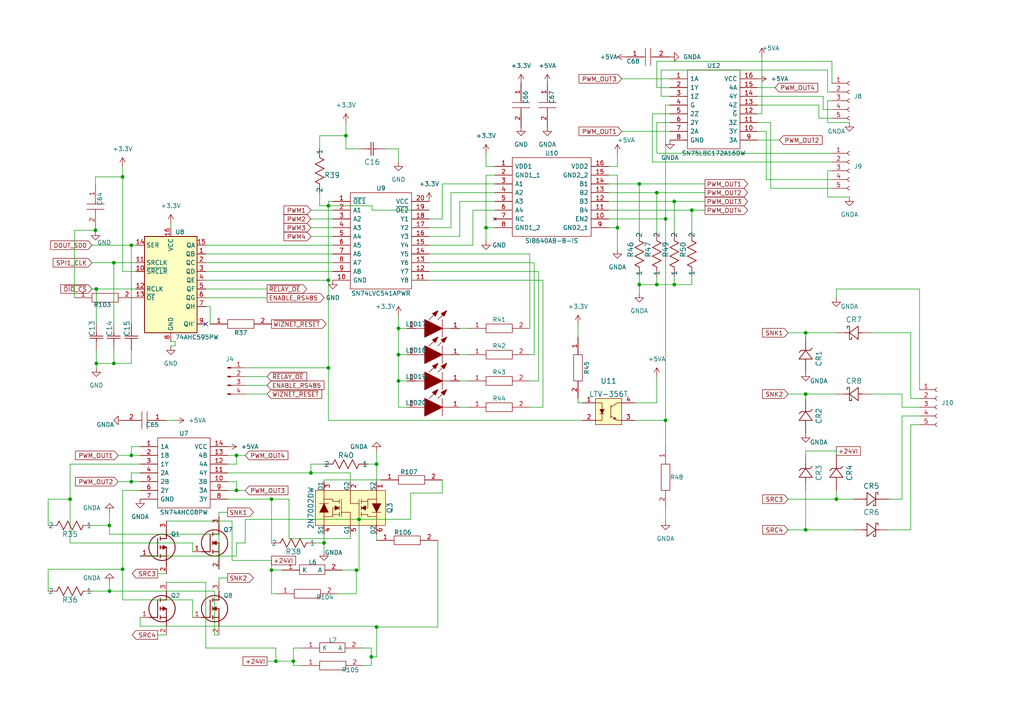
<source format=kicad_sch>
(kicad_sch (version 20230121) (generator eeschema)
  (paper "A4")
  (title_block (title "PWM") (date "2023-02-24") (company "OPA Foundation"))
  (junction (at 115.57 110.49))
  (junction (at 140.97 66.04))
  (junction (at 27.94 83.82))
  (junction (at 38.1 139.7))
  (junction (at 78.74 144.78))
  (junction (at 100.33 39.37))
  (junction (at 33.02 76.2))
  (junction (at 20.32 144.78))
  (junction (at 85.09 191.77))
  (junction (at 109.22 134.62))
  (junction (at 31.75 152.4))
  (junction (at 190.5 82.55))
  (junction (at 195.58 82.55))
  (junction (at 107.696 190.5))
  (junction (at 31.75 171.45))
  (junction (at 90.17 137.16))
  (junction (at 68.58 142.24))
  (junction (at 95.25 59.69))
  (junction (at 179.07 66.04))
  (junction (at 78.74 165.354))
  (junction (at 200.66 60.96))
  (junction (at 193.04 121.92))
  (junction (at 35.56 165.1))
  (junction (at 27.94 105.41))
  (junction (at 233.68 153.67))
  (junction (at 193.04 63.5))
  (junction (at 233.68 96.52))
  (junction (at 33.02 105.41))
  (junction (at 80.01 191.77))
  (junction (at 233.68 114.3))
  (junction (at 195.58 58.42))
  (junction (at 93.98 157.48))
  (junction (at 95.25 106.68))
  (junction (at 115.57 102.87))
  (junction (at 115.57 95.25))
  (junction (at 185.42 82.55))
  (junction (at 242.57 144.78))
  (junction (at 35.56 51.308))
  (junction (at 68.58 132.08))
  (junction (at 185.42 53.34))
  (junction (at 27.686 66.802))
  (junction (at 95.25 81.28))
  (junction (at 190.5 55.88))
  (junction (at 38.1 132.08))
  (junction (at 38.1 71.12))
  (junction (at 103.378 165.354))
  (junction (at 109.22 181.864))
  (junction (at 104.14 150.622))
  (no_connect (at 59.69 93.98))
  (wire (pts (xy 190.5 35.56) (xy 190.5 44.45)))
  (wire (pts (xy 128.27 143.002) (xy 128.27 139.192)))
  (wire (pts (xy 85.09 193.04) (xy 87.63 193.04)))
  (wire (pts (xy 219.71 40.64) (xy 226.06 40.64)))
  (wire (pts (xy 130.81 55.88) (xy 143.51 55.88)))
  (wire (pts (xy 67.31 162.56) (xy 78.74 162.56)))
  (wire (pts (xy 78.74 144.78) (xy 83.82 144.78)))
  (wire (pts (xy 71.12 150.622) (xy 104.14 150.622)))
  (wire (pts (xy 128.27 53.34) (xy 128.27 63.5)))
  (wire (pts (xy 55.88 173.99) (xy 55.88 179.07)))
  (wire (pts (xy 62.23 171.45) (xy 62.23 184.15)))
  (wire (pts (xy 68.58 132.08) (xy 71.12 132.08)))
  (wire (pts (xy 233.68 142.24) (xy 233.68 153.67)))
  (wire (pts (xy 241.3 26.67) (xy 240.03 26.67)))
  (wire (pts (xy 62.23 184.15) (xy 63.5 184.15)))
  (wire (pts (xy 124.46 66.04) (xy 130.81 66.04)))
  (wire (pts (xy 27.94 83.82) (xy 27.94 93.98)))
  (wire (pts (xy 21.59 66.802) (xy 27.686 66.802)))
  (wire (pts (xy 40.64 181.61) (xy 109.22 181.61)))
  (wire (pts (xy 66.04 142.24) (xy 68.58 142.24)))
  (wire (pts (xy 85.09 187.96) (xy 87.63 187.96)))
  (wire (pts (xy 190.5 80.01) (xy 190.5 82.55)))
  (wire (pts (xy 133.35 110.49) (xy 135.89 110.49)))
  (wire (pts (xy 261.62 120.65) (xy 261.62 144.78)))
  (wire (pts (xy 246.38 57.15) (xy 240.03 57.15)))
  (wire (pts (xy 111.76 43.18) (xy 115.57 43.18)))
  (wire (pts (xy 38.1 105.41) (xy 38.1 101.6)))
  (wire (pts (xy 124.46 81.28) (xy 157.48 81.28)))
  (wire (pts (xy 106.68 134.62) (xy 109.22 134.62)))
  (wire (pts (xy 240.03 35.56) (xy 240.03 29.21)))
  (wire (pts (xy 153.67 118.11) (xy 157.48 118.11)))
  (wire (pts (xy 91.44 157.48) (xy 93.98 157.48)))
  (wire (pts (xy 237.49 30.48) (xy 237.49 34.29)))
  (wire (pts (xy 127 156.718) (xy 127 181.864)))
  (wire (pts (xy 191.77 27.94) (xy 194.31 27.94)))
  (wire (pts (xy 115.57 95.25) (xy 115.57 102.87)))
  (wire (pts (xy 124.46 76.2) (xy 154.94 76.2)))
  (wire (pts (xy 179.07 66.04) (xy 176.53 66.04)))
  (wire (pts (xy 40.64 129.54) (xy 38.1 129.54)))
  (wire (pts (xy 107.95 60.96) (xy 107.95 59.69)))
  (wire (pts (xy 95.25 58.42) (xy 96.52 58.42)))
  (wire (pts (xy 67.31 151.13) (xy 67.31 162.56)))
  (wire (pts (xy 219.71 30.48) (xy 237.49 30.48)))
  (wire (pts (xy 80.01 187.96) (xy 80.01 191.77)))
  (wire (pts (xy 55.88 157.48) (xy 55.88 160.02)))
  (wire (pts (xy 189.23 33.02) (xy 189.23 46.99)))
  (wire (pts (xy 200.66 60.96) (xy 200.66 67.31)))
  (wire (pts (xy 38.1 71.12) (xy 39.37 71.12)))
  (wire (pts (xy 153.67 110.49) (xy 156.21 110.49)))
  (wire (pts (xy 222.25 38.1) (xy 222.25 52.07)))
  (wire (pts (xy 26.67 76.2) (xy 33.02 76.2)))
  (wire (pts (xy 109.22 130.81) (xy 109.22 134.62)))
  (wire (pts (xy 20.32 144.78) (xy 20.32 157.48)))
  (wire (pts (xy 83.82 144.78) (xy 83.82 156.21)))
  (wire (pts (xy 190.5 17.78) (xy 241.3 17.78)))
  (wire (pts (xy 124.46 60.96) (xy 107.95 60.96)))
  (wire (pts (xy 193.04 147.32) (xy 193.04 151.13)))
  (wire (pts (xy 50.8 121.92) (xy 48.26 121.92)))
  (wire (pts (xy 119.126 143.002) (xy 128.27 143.002)))
  (wire (pts (xy 95.25 106.68) (xy 95.25 121.92)))
  (wire (pts (xy 233.68 130.81) (xy 242.57 130.81)))
  (wire (pts (xy 124.46 71.12) (xy 137.16 71.12)))
  (wire (pts (xy 35.56 48.26) (xy 35.56 51.308)))
  (wire (pts (xy 59.69 71.12) (xy 96.52 71.12)))
  (wire (pts (xy 59.69 78.74) (xy 96.52 78.74)))
  (wire (pts (xy 154.94 76.2) (xy 154.94 102.87)))
  (wire (pts (xy 78.74 162.56) (xy 78.74 165.354)))
  (wire (pts (xy 157.48 81.28) (xy 157.48 118.11)))
  (wire (pts (xy 240.03 20.32) (xy 191.77 20.32)))
  (wire (pts (xy 240.03 49.53) (xy 241.3 49.53)))
  (wire (pts (xy 48.26 151.13) (xy 67.31 151.13)))
  (wire (pts (xy 13.97 165.1) (xy 35.56 165.1)))
  (wire (pts (xy 124.46 73.66) (xy 153.67 73.66)))
  (wire (pts (xy 252.73 96.52) (xy 264.16 96.52)))
  (wire (pts (xy 242.57 144.78) (xy 247.65 144.78)))
  (wire (pts (xy 153.67 73.66) (xy 153.67 95.25)))
  (wire (pts (xy 77.47 109.22) (xy 71.12 109.22)))
  (wire (pts (xy 266.7 118.11) (xy 261.62 118.11)))
  (wire (pts (xy 90.17 63.5) (xy 96.52 63.5)))
  (wire (pts (xy 185.42 53.34) (xy 185.42 67.31)))
  (wire (pts (xy 81.788 165.354) (xy 78.74 165.354)))
  (wire (pts (xy 93.98 157.48) (xy 93.98 160.02)))
  (wire (pts (xy 241.3 17.78) (xy 241.3 24.13)))
  (wire (pts (xy 35.56 78.74) (xy 39.37 78.74)))
  (wire (pts (xy 93.98 139.7) (xy 93.98 139.192)))
  (wire (pts (xy 242.57 130.81) (xy 242.57 132.08)))
  (wire (pts (xy 63.5 154.94) (xy 63.5 165.1)))
  (wire (pts (xy 38.1 137.16) (xy 38.1 139.7)))
  (wire (pts (xy 240.03 57.15) (xy 240.03 49.53)))
  (wire (pts (xy 31.75 171.45) (xy 62.23 171.45)))
  (wire (pts (xy 115.57 102.87) (xy 115.57 110.49)))
  (wire (pts (xy 38.1 129.54) (xy 38.1 132.08)))
  (wire (pts (xy 190.5 55.88) (xy 190.5 67.31)))
  (wire (pts (xy 133.35 95.25) (xy 135.89 95.25)))
  (wire (pts (xy 27.686 66.802) (xy 27.686 66.294)))
  (wire (pts (xy 115.57 110.49) (xy 115.57 118.11)))
  (wire (pts (xy 90.17 60.96) (xy 96.52 60.96)))
  (wire (pts (xy 185.42 82.55) (xy 185.42 85.09)))
  (wire (pts (xy 38.1 71.12) (xy 38.1 93.98)))
  (wire (pts (xy 68.58 161.29) (xy 40.64 161.29)))
  (wire (pts (xy 100.33 35.56) (xy 100.33 39.37)))
  (wire (pts (xy 115.57 110.49) (xy 118.11 110.49)))
  (wire (pts (xy 90.17 66.04) (xy 96.52 66.04)))
  (wire (pts (xy 257.81 153.67) (xy 264.16 153.67)))
  (wire (pts (xy 179.07 44.45) (xy 179.07 48.26)))
  (wire (pts (xy 193.04 63.5) (xy 193.04 30.48)))
  (wire (pts (xy 103.378 165.354) (xy 103.378 172.212)))
  (wire (pts (xy 45.72 166.37) (xy 48.26 166.37)))
  (wire (pts (xy 35.56 173.99) (xy 55.88 173.99)))
  (wire (pts (xy 80.01 191.77) (xy 85.09 191.77)))
  (wire (pts (xy 223.52 54.61) (xy 241.3 54.61)))
  (wire (pts (xy 31.75 171.45) (xy 31.75 168.91)))
  (wire (pts (xy 189.23 33.02) (xy 194.31 33.02)))
  (wire (pts (xy 240.03 29.21) (xy 241.3 29.21)))
  (wire (pts (xy 27.686 51.308) (xy 35.56 51.308)))
  (wire (pts (xy 128.27 53.34) (xy 143.51 53.34)))
  (wire (pts (xy 95.25 81.28) (xy 95.25 106.68)))
  (wire (pts (xy 45.72 184.15) (xy 48.26 184.15)))
  (wire (pts (xy 223.52 35.56) (xy 223.52 54.61)))
  (wire (pts (xy 240.03 35.56) (xy 246.38 35.56)))
  (wire (pts (xy 40.64 134.62) (xy 20.32 134.62)))
  (wire (pts (xy 257.81 144.78) (xy 261.62 144.78)))
  (wire (pts (xy 261.62 118.11) (xy 261.62 114.3)))
  (wire (pts (xy 107.696 187.96) (xy 107.696 190.5)))
  (wire (pts (xy 140.97 66.04) (xy 140.97 69.85)))
  (wire (pts (xy 189.23 46.99) (xy 241.3 46.99)))
  (wire (pts (xy 26.67 83.82) (xy 27.94 83.82)))
  (wire (pts (xy 103.378 165.354) (xy 104.14 165.354)))
  (wire (pts (xy 233.68 96.52) (xy 233.68 97.79)))
  (wire (pts (xy 90.17 134.62) (xy 90.17 137.16)))
  (wire (pts (xy 105.41 193.04) (xy 107.696 193.04)))
  (wire (pts (xy 107.95 59.69) (xy 95.25 59.69)))
  (wire (pts (xy 80.264 172.212) (xy 78.74 172.212)))
  (wire (pts (xy 242.57 83.82) (xy 242.57 86.36)))
  (wire (pts (xy 176.53 60.96) (xy 200.66 60.96)))
  (wire (pts (xy 167.64 116.84) (xy 168.91 116.84)))
  (wire (pts (xy 133.35 58.42) (xy 143.51 58.42)))
  (wire (pts (xy 40.64 179.07) (xy 40.64 181.61)))
  (wire (pts (xy 101.6 156.21) (xy 101.6 154.94)))
  (wire (pts (xy 176.53 63.5) (xy 193.04 63.5)))
  (wire (pts (xy 100.33 39.37) (xy 92.71 39.37)))
  (wire (pts (xy 219.71 38.1) (xy 222.25 38.1)))
  (wire (pts (xy 266.7 120.65) (xy 261.62 120.65)))
  (wire (pts (xy 191.77 20.32) (xy 191.77 27.94)))
  (wire (pts (xy 50.8 100.33) (xy 50.8 99.06)))
  (wire (pts (xy 109.22 154.94) (xy 109.22 156.718)))
  (wire (pts (xy 101.6 137.16) (xy 101.6 139.7)))
  (wire (pts (xy 238.76 31.75) (xy 241.3 31.75)))
  (wire (pts (xy 109.22 181.864) (xy 109.22 190.5)))
  (wire (pts (xy 35.56 51.308) (xy 35.56 78.74)))
  (wire (pts (xy 176.53 55.88) (xy 190.5 55.88)))
  (wire (pts (xy 90.17 137.16) (xy 101.6 137.16)))
  (wire (pts (xy 71.12 157.48) (xy 71.12 150.622)))
  (wire (pts (xy 27.94 83.82) (xy 39.37 83.82)))
  (wire (pts (xy 35.56 165.1) (xy 35.56 173.99)))
  (wire (pts (xy 77.47 191.77) (xy 80.01 191.77)))
  (wire (pts (xy 264.16 115.57) (xy 264.16 96.52)))
  (wire (pts (xy 219.71 25.4) (xy 224.79 25.4)))
  (wire (pts (xy 93.98 134.62) (xy 90.17 134.62)))
  (wire (pts (xy 185.42 53.34) (xy 204.47 53.34)))
  (wire (pts (xy 109.22 134.62) (xy 109.22 139.7)))
  (wire (pts (xy 40.64 137.16) (xy 38.1 137.16)))
  (wire (pts (xy 233.68 96.52) (xy 242.57 96.52)))
  (wire (pts (xy 115.57 91.44) (xy 115.57 95.25)))
  (wire (pts (xy 66.04 134.62) (xy 68.58 134.62)))
  (wire (pts (xy 33.02 76.2) (xy 33.02 93.98)))
  (wire (pts (xy 31.75 154.94) (xy 63.5 154.94)))
  (wire (pts (xy 195.58 82.55) (xy 190.5 82.55)))
  (wire (pts (xy 109.22 181.61) (xy 109.22 181.864)))
  (wire (pts (xy 59.69 187.96) (xy 80.01 187.96)))
  (wire (pts (xy 190.5 55.88) (xy 204.47 55.88)))
  (wire (pts (xy 193.04 30.48) (xy 194.31 30.48)))
  (wire (pts (xy 66.04 167.64) (xy 63.5 167.64)))
  (wire (pts (xy 31.75 154.94) (xy 31.75 152.4)))
  (wire (pts (xy 26.67 152.4) (xy 31.75 152.4)))
  (wire (pts (xy 237.49 34.29) (xy 241.3 34.29)))
  (wire (pts (xy 109.22 190.5) (xy 107.696 190.5)))
  (wire (pts (xy 140.97 50.8) (xy 140.97 66.04)))
  (wire (pts (xy 60.96 93.98) (xy 60.96 88.9)))
  (wire (pts (xy 143.51 50.8) (xy 140.97 50.8)))
  (wire (pts (xy 78.74 157.48) (xy 78.74 144.78)))
  (wire (pts (xy 228.6 96.52) (xy 233.68 96.52)))
  (wire (pts (xy 179.07 50.8) (xy 179.07 66.04)))
  (wire (pts (xy 185.42 80.01) (xy 185.42 82.55)))
  (wire (pts (xy 13.97 171.45) (xy 13.97 165.1)))
  (wire (pts (xy 195.58 80.01) (xy 195.58 82.55)))
  (wire (pts (xy 233.68 153.67) (xy 247.65 153.67)))
  (wire (pts (xy 190.5 35.56) (xy 194.31 35.56)))
  (wire (pts (xy 143.51 48.26) (xy 140.97 48.26)))
  (wire (pts (xy 104.14 43.18) (xy 100.33 43.18)))
  (wire (pts (xy 71.12 157.48) (xy 68.58 157.48)))
  (wire (pts (xy 13.97 144.78) (xy 20.32 144.78)))
  (wire (pts (xy 153.67 102.87) (xy 154.94 102.87)))
  (wire (pts (xy 95.25 121.92) (xy 168.91 121.92)))
  (wire (pts (xy 63.5 148.59) (xy 66.04 148.59)))
  (wire (pts (xy 59.69 81.28) (xy 95.25 81.28)))
  (wire (pts (xy 200.66 80.01) (xy 200.66 82.55)))
  (wire (pts (xy 228.6 144.78) (xy 242.57 144.78)))
  (wire (pts (xy 127 181.864) (xy 109.22 181.864)))
  (wire (pts (xy 137.16 60.96) (xy 143.51 60.96)))
  (wire (pts (xy 92.71 39.37) (xy 92.71 43.18)))
  (wire (pts (xy 93.98 139.192) (xy 110.49 139.192)))
  (wire (pts (xy 143.51 66.04) (xy 140.97 66.04)))
  (wire (pts (xy 40.64 142.24) (xy 35.56 142.24)))
  (wire (pts (xy 190.5 44.45) (xy 241.3 44.45)))
  (wire (pts (xy 222.25 52.07) (xy 241.3 52.07)))
  (wire (pts (xy 133.35 118.11) (xy 135.89 118.11)))
  (wire (pts (xy 38.1 139.7) (xy 40.64 139.7)))
  (wire (pts (xy 66.04 139.7) (xy 68.58 139.7)))
  (wire (pts (xy 21.59 86.36) (xy 21.59 66.802)))
  (wire (pts (xy 176.53 53.34) (xy 185.42 53.34)))
  (wire (pts (xy 220.98 16.51) (xy 220.98 33.02)))
  (wire (pts (xy 68.58 157.48) (xy 68.58 161.29)))
  (wire (pts (xy 119.126 150.622) (xy 119.126 143.002)))
  (wire (pts (xy 266.7 123.19) (xy 264.16 123.19)))
  (wire (pts (xy 66.04 144.78) (xy 78.74 144.78)))
  (wire (pts (xy 184.15 116.84) (xy 190.5 116.84)))
  (wire (pts (xy 20.32 157.48) (xy 55.88 157.48)))
  (wire (pts (xy 124.46 63.5) (xy 128.27 63.5)))
  (wire (pts (xy 92.71 55.88) (xy 92.71 59.69)))
  (wire (pts (xy 68.58 134.62) (xy 68.58 132.08)))
  (wire (pts (xy 34.29 132.08) (xy 38.1 132.08)))
  (wire (pts (xy 219.71 33.02) (xy 220.98 33.02)))
  (wire (pts (xy 26.67 71.12) (xy 38.1 71.12)))
  (wire (pts (xy 130.81 55.88) (xy 130.81 66.04)))
  (wire (pts (xy 83.82 156.21) (xy 101.6 156.21)))
  (wire (pts (xy 140.97 48.26) (xy 140.97 44.45)))
  (wire (pts (xy 33.02 76.2) (xy 39.37 76.2)))
  (wire (pts (xy 115.57 102.87) (xy 118.11 102.87)))
  (wire (pts (xy 242.57 142.24) (xy 242.57 144.78)))
  (wire (pts (xy 34.29 139.7) (xy 38.1 139.7)))
  (wire (pts (xy 38.1 132.08) (xy 40.64 132.08)))
  (wire (pts (xy 233.68 132.08) (xy 233.68 130.81)))
  (wire (pts (xy 59.69 73.66) (xy 96.52 73.66)))
  (wire (pts (xy 118.11 118.11) (xy 115.57 118.11)))
  (wire (pts (xy 48.26 168.91) (xy 59.69 168.91)))
  (wire (pts (xy 233.68 114.3) (xy 233.68 115.57)))
  (wire (pts (xy 77.47 114.3) (xy 71.12 114.3)))
  (wire (pts (xy 266.7 115.57) (xy 264.16 115.57)))
  (wire (pts (xy 195.58 58.42) (xy 195.58 67.31)))
  (wire (pts (xy 190.5 25.4) (xy 194.31 25.4)))
  (wire (pts (xy 59.69 76.2) (xy 96.52 76.2)))
  (wire (pts (xy 124.46 68.58) (xy 133.35 68.58)))
  (wire (pts (xy 59.69 168.91) (xy 59.69 187.96)))
  (wire (pts (xy 27.686 67.056) (xy 27.686 66.802)))
  (wire (pts (xy 200.66 60.96) (xy 204.47 60.96)))
  (wire (pts (xy 59.69 83.82) (xy 77.47 83.82)))
  (wire (pts (xy 219.71 35.56) (xy 223.52 35.56)))
  (wire (pts (xy 180.34 22.86) (xy 194.31 22.86)))
  (wire (pts (xy 27.94 105.41) (xy 33.02 105.41)))
  (wire (pts (xy 184.15 121.92) (xy 193.04 121.92)))
  (wire (pts (xy 176.53 50.8) (xy 179.07 50.8)))
  (wire (pts (xy 193.04 121.92) (xy 193.04 63.5)))
  (wire (pts (xy 219.71 27.94) (xy 238.76 27.94)))
  (wire (pts (xy 27.94 106.68) (xy 27.94 105.41)))
  (wire (pts (xy 20.32 134.62) (xy 20.32 144.78)))
  (wire (pts (xy 50.8 99.06) (xy 49.53 99.06)))
  (wire (pts (xy 137.16 60.96) (xy 137.16 71.12)))
  (wire (pts (xy 115.57 95.25) (xy 118.11 95.25)))
  (wire (pts (xy 228.6 153.67) (xy 233.68 153.67)))
  (wire (pts (xy 228.6 114.3) (xy 233.68 114.3)))
  (wire (pts (xy 180.34 38.1) (xy 194.31 38.1)))
  (wire (pts (xy 13.97 152.4) (xy 13.97 144.78)))
  (wire (pts (xy 167.64 115.57) (xy 167.64 116.84)))
  (wire (pts (xy 193.04 121.92) (xy 193.04 129.54)))
  (wire (pts (xy 59.69 86.36) (xy 77.47 86.36)))
  (wire (pts (xy 50.8 100.33) (xy 49.53 100.33)))
  (wire (pts (xy 49.53 64.77) (xy 49.53 66.04)))
  (wire (pts (xy 92.71 59.69) (xy 95.25 59.69)))
  (wire (pts (xy 124.46 78.74) (xy 156.21 78.74)))
  (wire (pts (xy 105.156 187.96) (xy 107.696 187.96)))
  (wire (pts (xy 242.57 83.82) (xy 266.7 83.82)))
  (wire (pts (xy 95.25 59.69) (xy 95.25 81.28)))
  (wire (pts (xy 252.73 114.3) (xy 261.62 114.3)))
  (wire (pts (xy 190.5 25.4) (xy 190.5 17.78)))
  (wire (pts (xy 26.67 171.45) (xy 31.75 171.45)))
  (wire (pts (xy 27.686 53.594) (xy 27.686 51.308)))
  (wire (pts (xy 104.14 150.622) (xy 119.126 150.622)))
  (wire (pts (xy 104.14 150.622) (xy 104.14 165.354)))
  (wire (pts (xy 35.56 142.24) (xy 35.56 165.1)))
  (wire (pts (xy 240.03 26.67) (xy 240.03 20.32)))
  (wire (pts (xy 85.09 191.77) (xy 85.09 187.96)))
  (wire (pts (xy 200.66 82.55) (xy 195.58 82.55)))
  (wire (pts (xy 190.5 109.22) (xy 190.5 116.84)))
  (wire (pts (xy 31.75 152.4) (xy 31.75 148.59)))
  (wire (pts (xy 115.57 43.18) (xy 115.57 46.99)))
  (wire (pts (xy 63.5 149.86) (xy 63.5 148.59)))
  (wire (pts (xy 68.58 142.24) (xy 71.12 142.24)))
  (wire (pts (xy 27.94 101.6) (xy 27.94 105.41)))
  (wire (pts (xy 176.53 58.42) (xy 195.58 58.42)))
  (wire (pts (xy 66.04 137.16) (xy 90.17 137.16)))
  (wire (pts (xy 233.68 114.3) (xy 242.57 114.3)))
  (wire (pts (xy 99.314 165.354) (xy 103.378 165.354)))
  (wire (pts (xy 179.07 48.26) (xy 176.53 48.26)))
  (wire (pts (xy 77.47 111.76) (xy 71.12 111.76)))
  (wire (pts (xy 133.35 102.87) (xy 135.89 102.87)))
  (wire (pts (xy 93.98 154.94) (xy 93.98 157.48)))
  (wire (pts (xy 68.58 139.7) (xy 68.58 142.24)))
  (wire (pts (xy 100.33 43.18) (xy 100.33 39.37)))
  (wire (pts (xy 190.5 82.55) (xy 185.42 82.55)))
  (wire (pts (xy 179.07 72.39) (xy 179.07 66.04)))
  (wire (pts (xy 238.76 27.94) (xy 238.76 31.75)))
  (wire (pts (xy 95.25 59.69) (xy 95.25 58.42)))
  (wire (pts (xy 85.09 191.77) (xy 85.09 193.04)))
  (wire (pts (xy 33.02 101.6) (xy 33.02 105.41)))
  (wire (pts (xy 60.96 88.9) (xy 59.69 88.9)))
  (wire (pts (xy 33.02 105.41) (xy 38.1 105.41)))
  (wire (pts (xy 264.16 123.19) (xy 264.16 153.67)))
  (wire (pts (xy 63.5 167.64) (xy 63.5 168.91)))
  (wire (pts (xy 78.74 165.354) (xy 78.74 172.212)))
  (wire (pts (xy 90.17 68.58) (xy 96.52 68.58)))
  (wire (pts (xy 266.7 113.03) (xy 266.7 83.82)))
  (wire (pts (xy 98.044 172.212) (xy 103.378 172.212)))
  (wire (pts (xy 66.04 132.08) (xy 68.58 132.08)))
  (wire (pts (xy 195.58 58.42) (xy 204.47 58.42)))
  (wire (pts (xy 71.12 106.68) (xy 95.25 106.68)))
  (wire (pts (xy 167.64 93.98) (xy 167.64 97.79)))
  (wire (pts (xy 107.696 190.5) (xy 107.696 193.04)))
  (wire (pts (xy 156.21 78.74) (xy 156.21 110.49)))
  (wire (pts (xy 133.35 58.42) (xy 133.35 68.58)))
  (global_label "PWM_OUT4" (shape input) (at 71.12 132.08 0) (property "Intersheetrefs" "${INTERSHEET_REFS}" (effects hide)))
  (global_label "ENABLE_RS485" (shape output) (at 77.47 86.36 0) (property "Intersheetrefs" "${INTERSHEET_REFS}" (effects hide)))
  (global_label "~{DIO_CS}" (shape input) (at 26.67 83.82 180) (property "Intersheetrefs" "${INTERSHEET_REFS}" (effects hide)))
  (global_label "PWM4" (shape input) (at 90.17 68.58 180) (property "Intersheetrefs" "${INTERSHEET_REFS}" (effects hide)))
  (global_label "+24VI" (shape passive) (at 77.47 191.77 180) (property "Intersheetrefs" "${INTERSHEET_REFS}" (effects hide)))
  (global_label "PWM_OUT1" (shape output) (at 204.47 53.34 0) (property "Intersheetrefs" "${INTERSHEET_REFS}" (effects hide)))
  (global_label "PWM_OUT4" (shape output) (at 204.47 60.96 0) (property "Intersheetrefs" "${INTERSHEET_REFS}" (effects hide)))
  (global_label "SRC3" (shape output) (at 45.72 166.37 180) (property "Intersheetrefs" "${INTERSHEET_REFS}" (effects hide)))
  (global_label "SNK2" (shape input) (at 228.6 114.3 180) (property "Intersheetrefs" "${INTERSHEET_REFS}" (effects hide)))
  (global_label "PWM_OUT3" (shape output) (at 204.47 58.42 0) (property "Intersheetrefs" "${INTERSHEET_REFS}" (effects hide)))
  (global_label "PWM_OUT2" (shape output) (at 204.47 55.88 0) (property "Intersheetrefs" "${INTERSHEET_REFS}" (effects hide)))
  (global_label "SRC4" (shape output) (at 45.72 184.15 180) (property "Intersheetrefs" "${INTERSHEET_REFS}" (effects hide)))
  (global_label "~{WIZNET_RESET}" (shape output) (at 78.74 93.98 0) (property "Intersheetrefs" "${INTERSHEET_REFS}" (effects hide)))
  (global_label "SRC4" (shape input) (at 228.6 153.67 180) (property "Intersheetrefs" "${INTERSHEET_REFS}" (effects hide)))
  (global_label "PWM_OUT1" (shape input) (at 34.29 132.08 180) (property "Intersheetrefs" "${INTERSHEET_REFS}" (effects hide)))
  (global_label "PWM_OUT2" (shape input) (at 34.29 139.7 180) (property "Intersheetrefs" "${INTERSHEET_REFS}" (effects hide)))
  (global_label "+24VI" (shape passive) (at 242.57 130.81 0) (property "Intersheetrefs" "${INTERSHEET_REFS}" (effects hide)))
  (global_label "+24VI" (shape passive) (at 78.74 162.56 0) (property "Intersheetrefs" "${INTERSHEET_REFS}" (effects hide)))
  (global_label "SRC3" (shape input) (at 228.6 144.78 180) (property "Intersheetrefs" "${INTERSHEET_REFS}" (effects hide)))
  (global_label "PWM_OUT2" (shape input) (at 226.06 40.64 0) (property "Intersheetrefs" "${INTERSHEET_REFS}" (effects hide)))
  (global_label "DOUT_SD0" (shape input) (at 26.67 71.12 180) (property "Intersheetrefs" "${INTERSHEET_REFS}" (effects hide)))
  (global_label "PWM_OUT3" (shape input) (at 180.34 22.86 180) (property "Intersheetrefs" "${INTERSHEET_REFS}" (effects hide)))
  (global_label "~{WIZNET_RESET}" (shape input) (at 77.47 114.3 0) (property "Intersheetrefs" "${INTERSHEET_REFS}" (effects hide)))
  (global_label "PWM_OUT4" (shape input) (at 224.79 25.4 0) (property "Intersheetrefs" "${INTERSHEET_REFS}" (effects hide)))
  (global_label "PWM3" (shape input) (at 90.17 66.04 180) (property "Intersheetrefs" "${INTERSHEET_REFS}" (effects hide)))
  (global_label "PWM_OUT3" (shape input) (at 71.12 142.24 0) (property "Intersheetrefs" "${INTERSHEET_REFS}" (effects hide)))
  (global_label "ENABLE_RS485" (shape input) (at 77.47 111.76 0) (property "Intersheetrefs" "${INTERSHEET_REFS}" (effects hide)))
  (global_label "SNK1" (shape output) (at 66.04 148.59 0) (property "Intersheetrefs" "${INTERSHEET_REFS}" (effects hide)))
  (global_label "~{RELAY_OE}" (shape input) (at 77.47 109.22 0) (property "Intersheetrefs" "${INTERSHEET_REFS}" (effects hide)))
  (global_label "PWM_OUT1" (shape input) (at 180.34 38.1 180) (property "Intersheetrefs" "${INTERSHEET_REFS}" (effects hide)))
  (global_label "PWM1" (shape input) (at 90.17 60.96 180) (property "Intersheetrefs" "${INTERSHEET_REFS}" (effects hide)))
  (global_label "PWM2" (shape input) (at 90.17 63.5 180) (property "Intersheetrefs" "${INTERSHEET_REFS}" (effects hide)))
  (global_label "SPI1_CLK" (shape input) (at 26.67 76.2 180) (property "Intersheetrefs" "${INTERSHEET_REFS}" (effects hide)))
  (global_label "SNK2" (shape output) (at 66.04 167.64 0) (property "Intersheetrefs" "${INTERSHEET_REFS}" (effects hide)))
  (global_label "SNK1" (shape input) (at 228.6 96.52 180) (property "Intersheetrefs" "${INTERSHEET_REFS}" (effects hide)))
  (global_label "~{RELAY_OE}" (shape output) (at 77.47 83.82 0) (property "Intersheetrefs" "${INTERSHEET_REFS}" (effects hide)))
  (symbol (lib_id "2023-01-25_19-33-11:RT0805DRD071K2L") (at 13.97 171.45 0) (unit 1)
    (property "Reference" "R36" (at 20.32 173.99 0) (effects (font (size 1.524 1.524))))
    (property "Value" "RC0805JR-071K2L" (effects hide))
    (property "Footprint" "Resistor_SMD:R_0805_2012Metric" (effects hide))
  )
  (symbol (lib_id "power:GNDA") (at 31.75 148.59 0) (mirror x) (unit 1)
    (property "Reference" "#PWR023" (effects hide))
    (property "Value" "GNDA" (at 29.21 147.3199 0) (effects (justify right)))
  )
  (symbol (lib_id "DMP6350SQ-7:DMP6350SQ-7") (at 40.64 179.07 0) (unit 1)
    (property "Reference" "Q2" (at 49.53 172.72 0) (effects (justify left)))
    (property "Value" "DMP6350SQ-7" (effects hide))
    (property "Footprint" "footprints:SOT96P240X110-3N" (effects hide))
    (property "Reference_1" "Q" (effects hide))
    (property "Value_1" "DMP6350SQ-7" (effects hide))
    (property "Footprint_1" "SOT96P240X110-3N" (effects hide))
    (property "Datasheet_1" "https://www.diodes.com/assets/Datasheets/DMP6350SQ.pdf" (effects hide))
    (property "Height" "1.1" (effects hide))
    (property "Manufacturer_Name" "Diodes Inc." (effects hide))
    (property "Manufacturer_Part_Number" "DMP6350SQ-7" (effects hide))
    (property "Mouser Part Number" "621-DMP6350SQ-7" (effects hide))
    (property "Mouser Price/Stock" "https://www.mouser.co.uk/ProductDetail/Diodes-Incorporated/DMP6350SQ-7?qs=0lSvoLzn4L9E2rqiW%2FUVgw%3D%3D" (effects hide))
  )
  (symbol (lib_id "power:+3.3V") (at 140.97 44.45 0) (unit 1)
    (property "Reference" "#PWR032" (effects hide))
    (property "Value" "+3.3V" (at 140.97 39.37 0))
  )
  (symbol (lib_id "power:+5VA") (at 181.61 16.51 90) (unit 1)
    (property "Reference" "#PWR081" (effects hide))
    (property "Value" "+5VA" (at 176.53 16.51 90))
  )
  (symbol (lib_id "power:+5VA") (at 179.07 44.45 0) (unit 1)
    (property "Reference" "#PWR0191" (effects hide))
    (property "Value" "+5VA" (at 181.61 40.64 0))
  )
  (symbol (lib_id "Connector:Conn_01x05_Female") (at 246.38 29.21 0) (unit 1)
    (property "Reference" "J8" (at 247.65 27.9399 0) (effects (justify left)))
    (property "Value" "284512-5" (effects hide))
    (property "Footprint" "footprints:SHDRRA5W82P0X350_1X5_1980X920X745P" (effects hide))
  )
  (symbol (lib_id "2023-01-18_20-52-27:GRM1885C1H220JA01D") (at 33.02 101.6 90) (unit 1)
    (property "Reference" "C14" (at 31.75 95.25 0) (effects (font (size 1.524 1.524))))
    (property "Value" "CL10C220JB8NFNC" (effects hide))
    (property "Footprint" "Capacitor_SMD:C_0603_1608Metric" (effects hide))
  )
  (symbol (lib_id "Connector:Conn_01x04_Male") (at 66.04 109.22 0) (unit 1)
    (property "Reference" "J4" (at 66.675 104.14 0))
    (property "Value" "PR20204VBNN" (effects hide))
    (property "Footprint" "Connector_PinHeader_2.54mm:PinHeader_1x04_P2.54mm_Vertical" (effects hide))
  )
  (symbol (lib_id "2023-01-25_20-04-08:08051C103KAT2A") (at 104.14 43.18 0) (unit 1)
    (property "Reference" "C16" (at 107.95 46.99 0) (effects (font (size 1.524 1.524))))
    (property "Value" "C1005X7R1E103K050BB" (effects hide))
    (property "Footprint" "Capacitor_SMD:C_0402_1005Metric" (effects hide))
  )
  (symbol (lib_id "2N7002L:2N7002L") (at 55.88 179.07 0) (unit 1)
    (property "Reference" "Q8" (at 64.77 172.72 0) (effects (justify left)))
    (property "Value" "2N7002L" (effects hide))
    (property "Footprint" "footprints:SOT96P237X111-3N" (effects hide))
    (property "Reference_1" "Q" (effects hide))
    (property "Value_1" "2N7002L" (effects hide))
    (property "Footprint_1" "SOT96P237X111-3N" (effects hide))
    (property "Datasheet_1" "http://www.onsemi.com/pub/Collateral/318-08.PDF" (effects hide))
    (property "Height" "1.11" (effects hide))
    (property "Manufacturer_Name" "onsemi" (effects hide))
    (property "Manufacturer_Part_Number" "2N7002L" (effects hide))
    (property "Mouser Part Number" "512-2N7002L" (effects hide))
    (property "Mouser Price/Stock" "https://www.mouser.co.uk/ProductDetail/onsemi-Fairchild/2N7002L?qs=C8E66ftkQtwY2xWJIiLLvA%3D%3D" (effects hide))
    (property "Arrow Part Number" "2N7002L" (effects hide))
    (property "Arrow Price/Stock" "https://www.arrow.com/en/products/2n7002l/on-semiconductor?region=europe" (effects hide))
  )
  (symbol (lib_id "2023-01-25_19-50-15:SMAJ28A-TR") (at 233.68 115.57 270) (unit 1)
    (property "Reference" "CR2" (at 237.49 120.65 0) (effects (font (size 1.524 1.524))))
    (property "Value" "SMAJ28A-TR" (effects hide))
    (property "Footprint" "footprints:SMAJ28A-TR" (effects hide))
  )
  (symbol (lib_id "DDZ20ASF-7:DDZ20ASF-7") (at 91.186 165.354 0) (unit 1)
    (property "Reference" "L6" (at 90.678 163.068 0))
    (property "Value" "DDZ20ASF-7" (effects hide))
    (property "Footprint" "footprints:SODFL2512X75N" (effects hide))
    (property "Datasheet" "https://componentsearchengine.com/Datasheets/1/DDZ20ASF-7.pdf" (effects hide))
    (property "Description" "Diodes Inc, 18.5V Zener Diode 2.5% 500 mW SMT 2-Pin SOD-323F" (effects hide))
    (property "Height" "0.75" (effects hide))
    (property "Manufacturer_Name" "Diodes Inc." (effects hide))
    (property "Manufacturer_Part_Number" "DDZ20ASF-7" (effects hide))
    (property "Mouser Part Number" "621-DDZ20ASF-7" (effects hide))
    (property "Mouser Price/Stock" "https://www.mouser.com/Search/Refine.aspx?Keyword=621-DDZ20ASF-7" (effects hide))
    (property "Arrow Part Number" "DDZ20ASF-7" (effects hide))
    (property "Arrow Price/Stock" "https://www.arrow.com/en/products/ddz20asf-7/diodes-incorporated" (effects hide))
  )
  (symbol (lib_id "power:GND") (at 115.57 46.99 0) (unit 1)
    (property "Reference" "#PWR030" (effects hide))
    (property "Value" "GND" (at 115.57 52.07 0))
  )
  (symbol (lib_id "2023-01-18_21-01-39:ERJ-3GEYJ103V") (at 190.5 67.31 270) (unit 1)
    (property "Reference" "R47" (at 187.96 72.39 0) (effects (font (size 1.524 1.524))))
    (property "Value" "RC0402FR-0710KL" (effects hide))
    (property "Footprint" "Resistor_SMD:R_0402_1005Metric_Pad0.72x0.64mm_HandSolder" (effects hide))
  )
  (symbol (lib_id "2023-01-18_20-52-27:GRM1885C1H220JA01D") (at 38.1 101.6 90) (unit 1)
    (property "Reference" "C15" (at 36.83 95.25 0) (effects (font (size 1.524 1.524))))
    (property "Value" "CL10C220JB8NFNC" (effects hide))
    (property "Footprint" "Capacitor_SMD:C_0603_1608Metric" (effects hide))
  )
  (symbol (lib_id "2023-01-18_20-52-27:GRM1885C1H220JA01D") (at 27.94 101.6 90) (unit 1)
    (property "Reference" "C13" (at 26.67 95.25 0) (effects (font (size 1.524 1.524))))
    (property "Value" "CL10C220JB8NFNC" (effects hide))
    (property "Footprint" "Capacitor_SMD:C_0603_1608Metric" (effects hide))
  )
  (symbol (lib_id "power:+3.3V") (at 49.53 64.77 0) (unit 1)
    (property "Reference" "#PWR0226" (effects hide))
    (property "Value" "+3.3V" (at 49.53 59.69 0))
  )
  (symbol (lib_id "2023-01-25_19-50-15:SMAJ28A-TR") (at 233.68 132.08 270) (unit 1)
    (property "Reference" "CR3" (at 237.49 137.16 0) (effects (font (size 1.524 1.524))))
    (property "Value" "SMAJ28A-TR" (effects hide))
    (property "Footprint" "footprints:SMAJ28A-TR" (effects hide))
  )
  (symbol (lib_id "power:GNDA") (at 40.64 144.78 0) (unit 1)
    (property "Reference" "#PWR0238" (effects hide))
    (property "Value" "GNDA" (at 40.64 149.86 0))
  )
  (symbol (lib_id "power:+3.3V") (at 100.33 35.56 0) (unit 1)
    (property "Reference" "#PWR028" (effects hide))
    (property "Value" "+3.3V" (at 100.33 30.48 0))
  )
  (symbol (lib_id "74xx:74AHC595") (at 49.53 81.28 0) (unit 1)
    (property "Reference" "U8" (at 50.8 67.31 0) (effects (justify left)))
    (property "Value" "74AHC595PW" (at 50.8 97.79 0) (effects (justify left)))
    (property "Footprint" "footprints:SN74AHC595PW" (effects hide))
    (property "Datasheet" "https://assets.nexperia.com/documents/data-sheet/74AHC_AHCT595.pdf" (effects hide))
  )
  (symbol (lib_id "2023-01-25_19-48-09:SM5819PL-TP") (at 252.73 114.3 0) (mirror y) (unit 1)
    (property "Reference" "CR8" (at 247.65 110.49 0) (effects (font (size 1.524 1.524))))
    (property "Value" "SM5819PL-TP" (effects hide))
    (property "Footprint" "footprints:SM5819PL-TP" (effects hide))
  )
  (symbol (lib_id "power:GNDA") (at 194.31 16.51 90) (unit 1)
    (property "Reference" "#PWR041" (effects hide))
    (property "Value" "GNDA" (at 198.12 16.5099 90) (effects (justify right)))
  )
  (symbol (lib_id "2023-01-18_21-01-39:ERJ-3GEYJ103V") (at 200.66 67.31 270) (unit 1)
    (property "Reference" "R50" (at 198.12 72.39 0) (effects (font (size 1.524 1.524))))
    (property "Value" "RC0402FR-0710KL" (effects hide))
    (property "Footprint" "Resistor_SMD:R_0402_1005Metric_Pad0.72x0.64mm_HandSolder" (effects hide))
  )
  (symbol (lib_id "power:GNDA") (at 233.68 107.95 0) (unit 1)
    (property "Reference" "#PWR044" (effects hide))
    (property "Value" "GNDA" (at 237.49 110.49 0))
  )
  (symbol (lib_id "power:GND") (at 27.686 67.056 0) (unit 1)
    (property "Reference" "#PWR021" (effects hide))
    (property "Value" "GND" (at 30.226 70.358 0))
  )
  (symbol (lib_id "2023-01-18_21-01-39:ERJ-3GEYJ103V") (at 185.42 67.31 270) (unit 1)
    (property "Reference" "R46" (at 182.88 72.39 0) (effects (font (size 1.524 1.524))))
    (property "Value" "RC0402FR-0710KL" (effects hide))
    (property "Footprint" "Resistor_SMD:R_0402_1005Metric_Pad0.72x0.64mm_HandSolder" (effects hide))
  )
  (symbol (lib_id "power:GNDA") (at 194.31 40.64 0) (unit 1)
    (property "Reference" "#PWR0236" (effects hide))
    (property "Value" "GNDA" (at 194.31 45.72 0))
  )
  (symbol (lib_id "power:GNDA") (at 233.68 125.73 0) (unit 1)
    (property "Reference" "#PWR045" (effects hide))
    (property "Value" "GNDA" (at 237.49 128.27 0))
  )
  (symbol (lib_id "power:+5VA") (at 219.71 22.86 270) (unit 1)
    (property "Reference" "#PWR0234" (effects hide))
    (property "Value" "+5VA" (at 223.52 22.8599 90) (effects (justify left)))
  )
  (symbol (lib_id "DMP6350SQ-7:DMP6350SQ-7") (at 40.64 161.29 0) (unit 1)
    (property "Reference" "Q1" (at 49.53 154.94 0) (effects (justify left)))
    (property "Value" "DMP6350SQ-7" (effects hide))
    (property "Footprint" "footprints:SOT96P240X110-3N" (effects hide))
    (property "Reference_1" "Q" (effects hide))
    (property "Value_1" "DMP6350SQ-7" (effects hide))
    (property "Footprint_1" "SOT96P240X110-3N" (effects hide))
    (property "Datasheet_1" "https://www.diodes.com/assets/Datasheets/DMP6350SQ.pdf" (effects hide))
    (property "Height" "1.1" (effects hide))
    (property "Manufacturer_Name" "Diodes Inc." (effects hide))
    (property "Manufacturer_Part_Number" "DMP6350SQ-7" (effects hide))
    (property "Mouser Part Number" "621-DMP6350SQ-7" (effects hide))
    (property "Mouser Price/Stock" "https://www.mouser.co.uk/ProductDetail/Diodes-Incorporated/DMP6350SQ-7?qs=0lSvoLzn4L9E2rqiW%2FUVgw%3D%3D" (effects hide))
  )
  (symbol (lib_id "power:GNDA") (at 35.56 121.92 270) (unit 1)
    (property "Reference" "#PWR026" (effects hide))
    (property "Value" "GNDA" (at 27.94 123.19 90) (effects (justify left)))
  )
  (symbol (lib_id "power:GNDA") (at 185.42 85.09 0) (unit 1)
    (property "Reference" "#PWR039" (effects hide))
    (property "Value" "GNDA" (at 185.42 90.17 0))
  )
  (symbol (lib_id "power:GNDA") (at 246.38 35.56 0) (unit 1)
    (property "Reference" "#PWR040" (effects hide))
    (property "Value" "GNDA" (at 242.57 38.1 0))
  )
  (symbol (lib_id "power:GND") (at 151.13 36.83 0) (unit 1)
    (property "Reference" "#PWR035" (effects hide))
    (property "Value" "GND" (at 151.13 41.91 0))
  )
  (symbol (lib_id "power:+5VA") (at 190.5 109.22 0) (unit 1)
    (property "Reference" "#PWR082" (effects hide))
    (property "Value" "+5VA" (at 190.5 104.14 0))
  )
  (symbol (lib_id "ERJ-6ENF5761V:ERJ-6ENF5761V") (at 193.04 129.54 270) (unit 1)
    (property "Reference" "R48" (at 194.31 138.43 90) (effects (justify left)))
    (property "Value" "ERJ-6ENF5761V" (effects hide))
    (property "Footprint" "Resistor_SMD:R_0805_2012Metric" (effects hide))
    (property "Datasheet" "http://industrial.panasonic.com/cdbs/www-data/pdf/RDA0000/AOA0000C304.pdf" (effects hide))
    (property "Description" "Thick Film Resistors - SMD 0805 5.76Kohms 1% AEC-Q200" (effects hide))
    (property "Height" "0.55" (effects hide))
    (property "Manufacturer_Name" "Panasonic" (effects hide))
    (property "Manufacturer_Part_Number" "ERJ-6ENF5761V" (effects hide))
    (property "Mouser Part Number" "667-ERJ-6ENF5761V" (effects hide))
    (property "Mouser Price/Stock" "https://www.mouser.co.uk/ProductDetail/Panasonic/ERJ-6ENF5761V?qs=50QC8w71jAsqu08%252B6O8pDA%3D%3D" (effects hide))
  )
  (symbol (lib_id "GRM155R71H104KE14D:GRM155R71H104KE14D") (at 48.26 121.92 180) (unit 1)
    (property "Reference" "C65" (at 44.196 123.19 0))
    (property "Value" "GRM155R71H104KE14D" (effects hide))
    (property "Footprint" "Capacitor_SMD:C_0402_1005Metric" (effects hide))
    (property "Datasheet" "https://datasheet.datasheetarchive.com/originals/distributors/DKDS-10/191322.pdf" (effects hide))
    (property "Description" "Multilayer Ceramic Capacitors MLCC - SMD/SMT 0402 0.1uF 50volts X7R 10%" (effects hide))
    (property "Height" "0.55" (effects hide))
    (property "Manufacturer_Name" "Murata Electronics" (effects hide))
    (property "Manufacturer_Part_Number" "GRM155R71H104KE14D" (effects hide))
    (property "Mouser Part Number" "81-GRM155R71H104KE4D" (effects hide))
    (property "Mouser Price/Stock" "https://www.mouser.co.uk/ProductDetail/Murata-Electronics/GRM155R71H104KE14D?qs=2UZY3JfgLCy9gG9icKV9Yg%3D%3D" (effects hide))
    (property "Arrow Part Number" "GRM155R71H104KE14D" (effects hide))
    (property "Arrow Price/Stock" "https://www.arrow.com/en/products/grm155r71h104ke14d/murata-manufacturing?region=nac" (effects hide))
  )
  (symbol (lib_id "SN74AHC08PW:SN74AHC08PW") (at 40.64 129.54 0) (unit 1)
    (property "Reference" "U7" (at 53.34 125.73 0))
    (property "Value" "SN74AHC08PW" (at 53.34 148.59 0))
    (property "Footprint" "footprints:SOP65P640X120-14N" (effects hide))
    (property "Datasheet" "http://www.ti.com/lit/gpn/SN74AHC08" (effects hide))
    (property "Description" "Quadruple 2-Input Positive-AND Gates" (effects hide))
    (property "Height" "1.2" (effects hide))
    (property "Manufacturer_Name" "Texas Instruments" (effects hide))
    (property "Manufacturer_Part_Number" "SN74AHC08PW" (effects hide))
    (property "Mouser Part Number" "595-SN74AHC08PW" (effects hide))
    (property "Mouser Price/Stock" "https://www.mouser.co.uk/ProductDetail/Texas-Instruments/SN74AHC08PW?qs=3pnr37ZAbK%252BIPRPPiAPWMg%3D%3D" (effects hide))
    (property "Arrow Part Number" "SN74AHC08PW" (effects hide))
    (property "Arrow Price/Stock" "https://www.arrow.com/en/products/sn74ahc08pw/texas-instruments" (effects hide))
  )
  (symbol (lib_id "HT-191:HT-191NB-YYYY") (at 133.35 102.87 0) (mirror y) (unit 1)
    (property "Reference" "LED18" (at 120.65 101.6 0))
    (property "Value" "HSMS-C197" (effects hide))
    (property "Footprint" "footprints:LEDC1608X60N" (effects hide))
    (property "Datasheet" "https://datasheet.octopart.com/HT-191TW-Harvatek-datasheet-11745710.pdf" (effects hide))
    (property "Description" "Top-emitting 0603 (1608) HT-191 Series" (effects hide))
    (property "Height" "0.6" (effects hide))
    (property "Manufacturer_Name" "Harvatek" (effects hide))
    (property "Manufacturer_Part_Number" "HSMS-C197" (effects hide))
  )
  (symbol (lib_id "GRM155R71H104KE14D:GRM155R71H104KE14D") (at 151.13 24.13 270) (unit 1)
    (property "Reference" "C66" (at 152.4 28.194 0))
    (property "Value" "GRM155R71H104KE14D" (effects hide))
    (property "Footprint" "Capacitor_SMD:C_0402_1005Metric" (effects hide))
    (property "Datasheet" "https://datasheet.datasheetarchive.com/originals/distributors/DKDS-10/191322.pdf" (effects hide))
    (property "Description" "Multilayer Ceramic Capacitors MLCC - SMD/SMT 0402 0.1uF 50volts X7R 10%" (effects hide))
    (property "Height" "0.55" (effects hide))
    (property "Manufacturer_Name" "Murata Electronics" (effects hide))
    (property "Manufacturer_Part_Number" "GRM155R71H104KE14D" (effects hide))
    (property "Mouser Part Number" "81-GRM155R71H104KE4D" (effects hide))
    (property "Mouser Price/Stock" "https://www.mouser.co.uk/ProductDetail/Murata-Electronics/GRM155R71H104KE14D?qs=2UZY3JfgLCy9gG9icKV9Yg%3D%3D" (effects hide))
    (property "Arrow Part Number" "GRM155R71H104KE14D" (effects hide))
    (property "Arrow Price/Stock" "https://www.arrow.com/en/products/grm155r71h104ke14d/murata-manufacturing?region=nac" (effects hide))
  )
  (symbol (lib_id "power:GND") (at 49.53 100.33 0) (unit 1)
    (property "Reference" "#PWR0237" (effects hide))
    (property "Value" "GND" (at 49.53 105.41 0))
  )
  (symbol (lib_id "Connector:Conn_01x05_Female") (at 271.78 118.11 0) (unit 1)
    (property "Reference" "J10" (at 273.05 116.8399 0) (effects (justify left)))
    (property "Value" "284512-5" (effects hide))
    (property "Footprint" "footprints:SHDRRA5W82P0X350_1X5_1980X920X745P" (effects hide))
  )
  (symbol (lib_id "2023-01-25_19-48-09:SM5819PL-TP") (at 252.73 96.52 0) (mirror y) (unit 1)
    (property "Reference" "CR7" (at 247.65 92.71 0) (effects (font (size 1.524 1.524))))
    (property "Value" "SM5819PL-TP" (effects hide))
    (property "Footprint" "footprints:SM5819PL-TP" (effects hide))
  )
  (symbol (lib_id "2023-01-18_21-01-39:ERJ-3GEYJ103V") (at 92.71 55.88 90) (unit 1)
    (property "Reference" "R39" (at 93.98 50.8 90) (effects (font (size 1.524 1.524)) (justify right)))
    (property "Value" "RC0402FR-0710KL" (effects hide))
    (property "Footprint" "Resistor_SMD:R_0402_1005Metric_Pad0.72x0.64mm_HandSolder" (effects hide))
  )
  (symbol (lib_id "power:GNDA") (at 109.22 130.81 0) (mirror x) (unit 1)
    (property "Reference" "#PWR029" (effects hide))
    (property "Value" "GNDA" (at 106.68 129.5399 0) (effects (justify right)))
  )
  (symbol (lib_id "power:+3.3V") (at 115.57 91.44 0) (unit 1)
    (property "Reference" "#PWR031" (effects hide))
    (property "Value" "+3.3V" (at 111.76 88.9 0))
  )
  (symbol (lib_id "power:+3.3V") (at 151.13 24.13 0) (unit 1)
    (property "Reference" "#PWR034" (effects hide))
    (property "Value" "+3.3V" (at 151.13 19.05 0))
  )
  (symbol (lib_id "ERJ-6ENF5761V:ERJ-6ENF5761V") (at 87.63 193.04 0) (unit 1)
    (property "Reference" "R105" (at 101.6 194.31 0))
    (property "Value" "ERJ-6ENF5761V" (effects hide))
    (property "Footprint" "Resistor_SMD:R_0805_2012Metric" (effects hide))
    (property "Datasheet" "http://industrial.panasonic.com/cdbs/www-data/pdf/RDA0000/AOA0000C304.pdf" (effects hide))
    (property "Description" "Thick Film Resistors - SMD 0805 5.76Kohms 1% AEC-Q200" (effects hide))
    (property "Height" "0.55" (effects hide))
    (property "Manufacturer_Name" "Panasonic" (effects hide))
    (property "Manufacturer_Part_Number" "ERJ-6ENF5761V" (effects hide))
    (property "Mouser Part Number" "667-ERJ-6ENF5761V" (effects hide))
    (property "Mouser Price/Stock" "https://www.mouser.co.uk/ProductDetail/Panasonic/ERJ-6ENF5761V?qs=50QC8w71jAsqu08%252B6O8pDA%3D%3D" (effects hide))
  )
  (symbol (lib_id "power:+3.3V") (at 35.56 48.26 0) (unit 1)
    (property "Reference" "#PWR025" (effects hide))
    (property "Value" "+3.3V" (at 35.56 43.18 0))
  )
  (symbol (lib_id "dk_Optoisolators-Transistor-Photovoltaic-Output:LTV-356T") (at 176.53 119.38 0) (unit 1)
    (property "Reference" "U11" (at 176.53 110.49 0) (effects (font (size 1.524 1.524))))
    (property "Value" "LTV-356T" (at 176.53 114.3 0) (effects (font (size 1.524 1.524))))
    (property "Footprint" "digikey-footprints:SMD-4_4.4x3.85mm_P2.54mm" (effects hide))
    (property "Datasheet" "http://optoelectronics.liteon.com/upload/download/DS70-2001-010/LTV-356T%20series%20201610.pdf" (effects hide))
    (property "Digi-Key_PN" "160-1337-1-ND" (effects hide))
    (property "MPN" "LTV-356T" (effects hide))
    (property "Category" "Isolators" (effects hide))
    (property "Family" "Optoisolators - Transistor, Photovoltaic Output" (effects hide))
    (property "DK_Datasheet_Link" "http://optoelectronics.liteon.com/upload/download/DS70-2001-010/LTV-356T%20series%20201610.pdf" (effects hide))
    (property "DK_Detail_Page" "/product-detail/en/lite-on-inc/LTV-356T/160-1337-1-ND/385805" (effects hide))
    (property "Description" "OPTOISOLATOR 3.75KV TRANS 4-SOP" (effects hide))
    (property "Manufacturer" "Lite-On Inc." (effects hide))
    (property "Status" "Active" (effects hide))
  )
  (symbol (lib_id "ERJ-3GEYJ471V:ERJ-3GEYJ471V") (at 135.89 118.11 0) (unit 1)
    (property "Reference" "R44" (at 144.78 115.57 0))
    (property "Value" "ERJ-3GEYJ471V" (effects hide))
    (property "Footprint" "Resistor_SMD:R_0603_1608Metric" (effects hide))
    (property "Datasheet" "https://datasheet.datasheetarchive.com/originals/distributors/DKDS40/DSANUWW0010846.pdf" (effects hide))
    (property "Height" "0.55" (effects hide))
    (property "Manufacturer_Name" "Panasonic" (effects hide))
    (property "Manufacturer_Part_Number" "ERJ-3GEYJ471V" (effects hide))
    (property "Mouser Part Number" "667-ERJ-3GEYJ471V" (effects hide))
    (property "Mouser Price/Stock" "https://www.mouser.co.uk/ProductDetail/Panasonic/ERJ-3GEYJ471V?qs=4WZYzuGhm5rQomjycBISvQ%3D%3D" (effects hide))
    (property "Arrow Part Number" "ERJ-3GEYJ471V" (effects hide))
    (property "Arrow Price/Stock" "https://www.arrow.com/en/products/erj-3geyj471v/panasonic" (effects hide))
  )
  (symbol (lib_id "2023-01-18_21-01-39:ERJ-3GEYJ103V") (at 195.58 67.31 270) (unit 1)
    (property "Reference" "R49" (at 193.04 72.39 0) (effects (font (size 1.524 1.524))))
    (property "Value" "RC0402FR-0710KL" (effects hide))
    (property "Footprint" "Resistor_SMD:R_0402_1005Metric_Pad0.72x0.64mm_HandSolder" (effects hide))
  )
  (symbol (lib_id "2023-01-25_19-33-11:RT0805DRD071K2L") (at 13.97 152.4 0) (unit 1)
    (property "Reference" "R35" (at 20.32 154.94 0) (effects (font (size 1.524 1.524))))
    (property "Value" "RC0805JR-071K2L" (effects hide))
    (property "Footprint" "Resistor_SMD:R_0805_2012Metric" (effects hide))
  )
  (symbol (lib_id "2023-01-25_19-48-09:SM5819PL-TP") (at 247.65 144.78 0) (unit 1)
    (property "Reference" "CR5" (at 252.73 140.97 0) (effects (font (size 1.524 1.524))))
    (property "Value" "SM5819PL-TP" (effects hide))
    (property "Footprint" "footprints:SM5819PL-TP" (effects hide))
  )
  (symbol (lib_id "DDZ20ASF-7:DDZ20ASF-7") (at 97.028 187.96 0) (unit 1)
    (property "Reference" "L7" (at 96.52 185.674 0))
    (property "Value" "DDZ20ASF-7" (effects hide))
    (property "Footprint" "footprints:SODFL2512X75N" (effects hide))
    (property "Datasheet" "https://componentsearchengine.com/Datasheets/1/DDZ20ASF-7.pdf" (effects hide))
    (property "Description" "Diodes Inc, 18.5V Zener Diode 2.5% 500 mW SMT 2-Pin SOD-323F" (effects hide))
    (property "Height" "0.75" (effects hide))
    (property "Manufacturer_Name" "Diodes Inc." (effects hide))
    (property "Manufacturer_Part_Number" "DDZ20ASF-7" (effects hide))
    (property "Mouser Part Number" "621-DDZ20ASF-7" (effects hide))
    (property "Mouser Price/Stock" "https://www.mouser.com/Search/Refine.aspx?Keyword=621-DDZ20ASF-7" (effects hide))
    (property "Arrow Part Number" "DDZ20ASF-7" (effects hide))
    (property "Arrow Price/Stock" "https://www.arrow.com/en/products/ddz20asf-7/diodes-incorporated" (effects hide))
  )
  (symbol (lib_id "ERJ-3GEYJ471V:ERJ-3GEYJ471V") (at 135.89 110.49 0) (unit 1)
    (property "Reference" "R43" (at 144.78 107.95 0))
    (property "Value" "ERJ-3GEYJ471V" (effects hide))
    (property "Footprint" "Resistor_SMD:R_0603_1608Metric" (effects hide))
    (property "Datasheet" "https://datasheet.datasheetarchive.com/originals/distributors/DKDS40/DSANUWW0010846.pdf" (effects hide))
    (property "Height" "0.55" (effects hide))
    (property "Manufacturer_Name" "Panasonic" (effects hide))
    (property "Manufacturer_Part_Number" "ERJ-3GEYJ471V" (effects hide))
    (property "Mouser Part Number" "667-ERJ-3GEYJ471V" (effects hide))
    (property "Mouser Price/Stock" "https://www.mouser.co.uk/ProductDetail/Panasonic/ERJ-3GEYJ471V?qs=4WZYzuGhm5rQomjycBISvQ%3D%3D" (effects hide))
    (property "Arrow Part Number" "ERJ-3GEYJ471V" (effects hide))
    (property "Arrow Price/Stock" "https://www.arrow.com/en/products/erj-3geyj471v/panasonic" (effects hide))
  )
  (symbol (lib_id "SI8640AB-B-IS:SI8640AB-B-IS") (at 143.51 48.26 0) (unit 1)
    (property "Reference" "U10" (at 160.02 44.45 0))
    (property "Value" "SI8640AB-B-IS" (at 160.02 69.85 0))
    (property "Footprint" "footprints:SOIC127P600X175-16N" (effects hide))
    (property "Datasheet" "https://www.skyworksinc.com/-/media/Skyworks/SL/documents/public/data-sheets/si86xx-1Mbps-datasheet.pdf" (effects hide))
    (property "Description" "DGTL ISO 2500VRMS 4CH GP 16SOIC" (effects hide))
    (property "Height" "1.75" (effects hide))
    (property "Manufacturer_Name" "Skyworks" (effects hide))
    (property "Manufacturer_Part_Number" "SI8640AB-B-IS" (effects hide))
    (property "Mouser Part Number" "634-SI8640AB-B-IS" (effects hide))
    (property "Mouser Price/Stock" "https://www.mouser.co.uk/ProductDetail/Skyworks-Solutions-Inc/SI8640AB-B-IS?qs=j6MGy4L9yX0GpgQO5d7agw%3D%3D" (effects hide))
  )
  (symbol (lib_id "RC0402FR-0710KL:RC0402FR-0710KL") (at 21.59 86.36 0) (unit 1)
    (property "Reference" "R103" (at 29.718 88.392 0))
    (property "Value" "RC0402FR-0710KL" (effects hide))
    (property "Footprint" "Resistor_SMD:R_0402_1005Metric_Pad0.72x0.64mm_HandSolder" (effects hide))
    (property "Datasheet" "https://datasheet.datasheetarchive.com/originals/distributors/Datasheets_SAMA/902f9e387b938f871d31120f5fc1d65e.pdf" (effects hide))
    (property "Description" "YAGEO (PHYCOMP) - RC0402FR-0710KL. - RES, THICK FILM, 10K, 1%, 0.0625W, 0402" (effects hide))
    (property "Height" "0.4" (effects hide))
    (property "Manufacturer_Name" "KEMET" (effects hide))
    (property "Manufacturer_Part_Number" "RC0402FR-0710KL" (effects hide))
    (property "Mouser Part Number" "603-RC0402FR-0710KL" (effects hide))
    (property "Mouser Price/Stock" "https://www.mouser.co.uk/ProductDetail/YAGEO/RC0402FR-0710KL?qs=I1mnnYJTTsxUoNwrUsQExA%3D%3D" (effects hide))
    (property "Arrow Part Number" "RC0402FR-0710KL" (effects hide))
    (property "Arrow Price/Stock" "https://www.arrow.com/en/products/rc0402fr-0710kl/yageo?region=europe" (effects hide))
  )
  (symbol (lib_id "HT-191:HT-191NB-YYYY") (at 133.35 95.25 0) (mirror y) (unit 1)
    (property "Reference" "LED17" (at 120.65 93.98 0))
    (property "Value" "HSMS-C197" (effects hide))
    (property "Footprint" "footprints:LEDC1608X60N" (effects hide))
    (property "Datasheet" "https://datasheet.octopart.com/HT-191TW-Harvatek-datasheet-11745710.pdf" (effects hide))
    (property "Description" "Top-emitting 0603 (1608) HT-191 Series" (effects hide))
    (property "Height" "0.6" (effects hide))
    (property "Manufacturer_Name" "Harvatek" (effects hide))
    (property "Manufacturer_Part_Number" "HSMS-C197" (effects hide))
  )
  (symbol (lib_id "power:GNDA") (at 93.98 160.02 0) (unit 1)
    (property "Reference" "#PWR027" (effects hide))
    (property "Value" "GNDA" (at 96.774 160.274 0))
  )
  (symbol (lib_id "power:+5VA") (at 50.8 121.92 270) (unit 1)
    (property "Reference" "#PWR077" (effects hide))
    (property "Value" "+5VA" (at 54.61 121.9199 90) (effects (justify left)))
  )
  (symbol (lib_id "ERJ-3GEYJ471V:ERJ-3GEYJ471V") (at 135.89 95.25 0) (unit 1)
    (property "Reference" "R41" (at 144.78 92.71 0))
    (property "Value" "ERJ-3GEYJ471V" (effects hide))
    (property "Footprint" "Resistor_SMD:R_0603_1608Metric" (effects hide))
    (property "Datasheet" "https://datasheet.datasheetarchive.com/originals/distributors/DKDS40/DSANUWW0010846.pdf" (effects hide))
    (property "Height" "0.55" (effects hide))
    (property "Manufacturer_Name" "Panasonic" (effects hide))
    (property "Manufacturer_Part_Number" "ERJ-3GEYJ471V" (effects hide))
    (property "Mouser Part Number" "667-ERJ-3GEYJ471V" (effects hide))
    (property "Mouser Price/Stock" "https://www.mouser.co.uk/ProductDetail/Panasonic/ERJ-3GEYJ471V?qs=4WZYzuGhm5rQomjycBISvQ%3D%3D" (effects hide))
    (property "Arrow Part Number" "ERJ-3GEYJ471V" (effects hide))
    (property "Arrow Price/Stock" "https://www.arrow.com/en/products/erj-3geyj471v/panasonic" (effects hide))
  )
  (symbol (lib_id "2023-01-25_19-50-15:SMAJ28A-TR") (at 242.57 132.08 270) (unit 1)
    (property "Reference" "CR4" (at 246.38 137.16 0) (effects (font (size 1.524 1.524))))
    (property "Value" "SMAJ28A-TR" (effects hide))
    (property "Footprint" "footprints:SMAJ28A-TR" (effects hide))
  )
  (symbol (lib_id "GRM155R71H104KE14D:GRM155R71H104KE14D") (at 181.61 16.51 0) (unit 1)
    (property "Reference" "C68" (at 183.642 17.78 0))
    (property "Value" "GRM155R71H104KE14D" (effects hide))
    (property "Footprint" "Capacitor_SMD:C_0402_1005Metric" (effects hide))
    (property "Datasheet" "https://datasheet.datasheetarchive.com/originals/distributors/DKDS-10/191322.pdf" (effects hide))
    (property "Description" "Multilayer Ceramic Capacitors MLCC - SMD/SMT 0402 0.1uF 50volts X7R 10%" (effects hide))
    (property "Height" "0.55" (effects hide))
    (property "Manufacturer_Name" "Murata Electronics" (effects hide))
    (property "Manufacturer_Part_Number" "GRM155R71H104KE14D" (effects hide))
    (property "Mouser Part Number" "81-GRM155R71H104KE4D" (effects hide))
    (property "Mouser Price/Stock" "https://www.mouser.co.uk/ProductDetail/Murata-Electronics/GRM155R71H104KE14D?qs=2UZY3JfgLCy9gG9icKV9Yg%3D%3D" (effects hide))
    (property "Arrow Part Number" "GRM155R71H104KE14D" (effects hide))
    (property "Arrow Price/Stock" "https://www.arrow.com/en/products/grm155r71h104ke14d/murata-manufacturing?region=nac" (effects hide))
  )
  (symbol (lib_id "power:+5VA") (at 220.98 16.51 0) (unit 1)
    (property "Reference" "#PWR0190" (effects hide))
    (property "Value" "+5VA" (at 223.52 13.97 0))
  )
  (symbol (lib_id "GRM155R71H104KE14D:GRM155R71H104KE14D") (at 158.75 24.13 270) (unit 1)
    (property "Reference" "C67" (at 160.02 28.194 0))
    (property "Value" "GRM155R71H104KE14D" (effects hide))
    (property "Footprint" "Capacitor_SMD:C_0402_1005Metric" (effects hide))
    (property "Datasheet" "https://datasheet.datasheetarchive.com/originals/distributors/DKDS-10/191322.pdf" (effects hide))
    (property "Description" "Multilayer Ceramic Capacitors MLCC - SMD/SMT 0402 0.1uF 50volts X7R 10%" (effects hide))
    (property "Height" "0.55" (effects hide))
    (property "Manufacturer_Name" "Murata Electronics" (effects hide))
    (property "Manufacturer_Part_Number" "GRM155R71H104KE14D" (effects hide))
    (property "Mouser Part Number" "81-GRM155R71H104KE4D" (effects hide))
    (property "Mouser Price/Stock" "https://www.mouser.co.uk/ProductDetail/Murata-Electronics/GRM155R71H104KE14D?qs=2UZY3JfgLCy9gG9icKV9Yg%3D%3D" (effects hide))
    (property "Arrow Part Number" "GRM155R71H104KE14D" (effects hide))
    (property "Arrow Price/Stock" "https://www.arrow.com/en/products/grm155r71h104ke14d/murata-manufacturing?region=nac" (effects hide))
  )
  (symbol (lib_id "ERJ-3GEYJ471V:ERJ-3GEYJ471V") (at 135.89 102.87 0) (unit 1)
    (property "Reference" "R42" (at 144.78 100.33 0))
    (property "Value" "ERJ-3GEYJ471V" (effects hide))
    (property "Footprint" "Resistor_SMD:R_0603_1608Metric" (effects hide))
    (property "Datasheet" "https://datasheet.datasheetarchive.com/originals/distributors/DKDS40/DSANUWW0010846.pdf" (effects hide))
    (property "Height" "0.55" (effects hide))
    (property "Manufacturer_Name" "Panasonic" (effects hide))
    (property "Manufacturer_Part_Number" "ERJ-3GEYJ471V" (effects hide))
    (property "Mouser Part Number" "667-ERJ-3GEYJ471V" (effects hide))
    (property "Mouser Price/Stock" "https://www.mouser.co.uk/ProductDetail/Panasonic/ERJ-3GEYJ471V?qs=4WZYzuGhm5rQomjycBISvQ%3D%3D" (effects hide))
    (property "Arrow Part Number" "ERJ-3GEYJ471V" (effects hide))
    (property "Arrow Price/Stock" "https://www.arrow.com/en/products/erj-3geyj471v/panasonic" (effects hide))
  )
  (symbol (lib_id "2023-01-25_19-33-11:RT0805DRD071K2L") (at 93.98 134.62 0) (unit 1)
    (property "Reference" "R40" (at 100.33 132.08 0) (effects (font (size 1.524 1.524))))
    (property "Value" "RC0805JR-071K2L" (effects hide))
    (property "Footprint" "Resistor_SMD:R_0805_2012Metric" (effects hide))
  )
  (symbol (lib_id "Connector:Conn_01x05_Female") (at 246.38 49.53 0) (unit 1)
    (property "Reference" "J9" (at 247.65 48.2599 0) (effects (justify left)))
    (property "Value" "284512-5" (effects hide))
    (property "Footprint" "footprints:SHDRRA5W82P0X350_1X5_1980X920X745P" (effects hide))
  )
  (symbol (lib_id "power:GNDA") (at 158.75 36.83 0) (unit 1)
    (property "Reference" "#PWR036" (effects hide))
    (property "Value" "GNDA" (at 158.75 41.91 0))
  )
  (symbol (lib_id "ERJ-6ENF5761V:ERJ-6ENF5761V") (at 80.264 172.212 0) (unit 1)
    (property "Reference" "R104" (at 94.234 173.228 0))
    (property "Value" "ERJ-6ENF5761V" (effects hide))
    (property "Footprint" "Resistor_SMD:R_0805_2012Metric" (effects hide))
    (property "Datasheet" "http://industrial.panasonic.com/cdbs/www-data/pdf/RDA0000/AOA0000C304.pdf" (effects hide))
    (property "Description" "Thick Film Resistors - SMD 0805 5.76Kohms 1% AEC-Q200" (effects hide))
    (property "Height" "0.55" (effects hide))
    (property "Manufacturer_Name" "Panasonic" (effects hide))
    (property "Manufacturer_Part_Number" "ERJ-6ENF5761V" (effects hide))
    (property "Mouser Part Number" "667-ERJ-6ENF5761V" (effects hide))
    (property "Mouser Price/Stock" "https://www.mouser.co.uk/ProductDetail/Panasonic/ERJ-6ENF5761V?qs=50QC8w71jAsqu08%252B6O8pDA%3D%3D" (effects hide))
  )
  (symbol (lib_id "2023-01-25_19-50-15:SMAJ28A-TR") (at 233.68 97.79 270) (unit 1)
    (property "Reference" "CR1" (at 237.49 101.6 0) (effects (font (size 1.524 1.524)) (justify left)))
    (property "Value" "SMAJ28A-TR" (effects hide))
    (property "Footprint" "footprints:SMAJ28A-TR" (effects hide))
  )
  (symbol (lib_id "power:GNDA") (at 242.57 86.36 0) (unit 1)
    (property "Reference" "#PWR0142" (effects hide))
    (property "Value" "GNDA" (at 246.38 88.9 0))
  )
  (symbol (lib_id "RC0805JR-071K2L:RC0805JR-071K2L") (at 110.49 139.192 0) (unit 1)
    (property "Reference" "R107" (at 118.618 136.906 0))
    (property "Value" "RC0805JR-071K2L" (effects hide))
    (property "Footprint" "Resistor_SMD:R_0805_2012Metric" (effects hide))
    (property "Datasheet" "https://datasheet.datasheetarchive.com/originals/distributors/Datasheets_SAMA/902f9e387b938f871d31120f5fc1d65e.pdf" (effects hide))
    (property "Description" "YAGEO - RC0805JR-071K2L - RES, THICK FILM, 1K2, 5%, 0.125W, 0805" (effects hide))
    (property "Height" "0.6" (effects hide))
    (property "Manufacturer_Name" "KEMET" (effects hide))
    (property "Manufacturer_Part_Number" "RC0805JR-071K2L" (effects hide))
    (property "Mouser Part Number" "603-RC0805JR-071K2L" (effects hide))
    (property "Mouser Price/Stock" "https://www.mouser.co.uk/ProductDetail/YAGEO/RC0805JR-071K2L?qs=m6lXFsvg5e37BgTmCR2WJg%3D%3D" (effects hide))
    (property "Arrow Part Number" "RC0805JR-071K2L" (effects hide))
    (property "Arrow Price/Stock" "https://www.arrow.com/en/products/rc0805jr-071k2l/yageo?region=nac" (effects hide))
  )
  (symbol (lib_id "power:+3.3V") (at 124.46 58.42 0) (unit 1)
    (property "Reference" "#PWR0230" (effects hide))
    (property "Value" "+3.3V" (at 124.46 53.34 0))
  )
  (symbol (lib_id "HT-191:HT-191NB-YYYY") (at 133.35 118.11 0) (mirror y) (unit 1)
    (property "Reference" "LED20" (at 120.65 116.84 0))
    (property "Value" "HSMS-C197" (effects hide))
    (property "Footprint" "footprints:LEDC1608X60N" (effects hide))
    (property "Datasheet" "https://datasheet.octopart.com/HT-191TW-Harvatek-datasheet-11745710.pdf" (effects hide))
    (property "Description" "Top-emitting 0603 (1608) HT-191 Series" (effects hide))
    (property "Height" "0.6" (effects hide))
    (property "Manufacturer_Name" "Harvatek" (effects hide))
    (property "Manufacturer_Part_Number" "HSMS-C197" (effects hide))
  )
  (symbol (lib_id "power:GNDA") (at 193.04 151.13 0) (unit 1)
    (property "Reference" "#PWR042" (effects hide))
    (property "Value" "GNDA" (at 193.04 156.21 0))
  )
  (symbol (lib_id "GRM155R71H104KE14D:GRM155R71H104KE14D") (at 27.686 53.594 270) (unit 1)
    (property "Reference" "C64" (at 28.956 57.658 0))
    (property "Value" "GRM155R71H104KE14D" (effects hide))
    (property "Footprint" "Capacitor_SMD:C_0402_1005Metric" (effects hide))
    (property "Datasheet" "https://datasheet.datasheetarchive.com/originals/distributors/DKDS-10/191322.pdf" (effects hide))
    (property "Description" "Multilayer Ceramic Capacitors MLCC - SMD/SMT 0402 0.1uF 50volts X7R 10%" (effects hide))
    (property "Height" "0.55" (effects hide))
    (property "Manufacturer_Name" "Murata Electronics" (effects hide))
    (property "Manufacturer_Part_Number" "GRM155R71H104KE14D" (effects hide))
    (property "Mouser Part Number" "81-GRM155R71H104KE4D" (effects hide))
    (property "Mouser Price/Stock" "https://www.mouser.co.uk/ProductDetail/Murata-Electronics/GRM155R71H104KE14D?qs=2UZY3JfgLCy9gG9icKV9Yg%3D%3D" (effects hide))
    (property "Arrow Part Number" "GRM155R71H104KE14D" (effects hide))
    (property "Arrow Price/Stock" "https://www.arrow.com/en/products/grm155r71h104ke14d/murata-manufacturing?region=nac" (effects hide))
  )
  (symbol (lib_id "power:GNDA") (at 246.38 57.15 0) (unit 1)
    (property "Reference" "#PWR043" (effects hide))
    (property "Value" "GNDA" (at 246.38 62.23 0))
  )
  (symbol (lib_id "RC0603JR-070RL:RC0603JR-070RL") (at 60.96 93.98 0) (unit 1)
    (property "Reference" "R37" (at 69.85 96.52 0))
    (property "Value" "RC0603JR-070RL" (effects hide))
    (property "Footprint" "Resistor_SMD:R_0603_1608Metric" (effects hide))
    (property "Datasheet" "https://datasheet.datasheetarchive.com/originals/distributors/Datasheets_SAMA/902f9e387b938f871d31120f5fc1d65e.pdf" (effects hide))
    (property "Description" "YAGEO (PHYCOMP) - RC0603JR-070RL - RES, THICK FILM, 0R, 5%, 0.1W, 0603" (effects hide))
    (property "Height" "0.55" (effects hide))
    (property "Manufacturer_Name" "KEMET" (effects hide))
    (property "Manufacturer_Part_Number" "RC0603JR-070RL" (effects hide))
    (property "Mouser Part Number" "603-RC0603JR-070RL" (effects hide))
    (property "Mouser Price/Stock" "https://www.mouser.co.uk/ProductDetail/YAGEO/RC0603JR-070RL?qs=2cAdsCoAWRGWyPcuXgGiXQ%3D%3D" (effects hide))
  )
  (symbol (lib_id "power:GND") (at 27.94 106.68 0) (unit 1)
    (property "Reference" "#PWR022" (effects hide))
    (property "Value" "GND" (at 27.94 111.76 0))
  )
  (symbol (lib_id "power:+5VA") (at 158.75 24.13 0) (unit 1)
    (property "Reference" "#PWR080" (effects hide))
    (property "Value" "+5VA" (at 158.75 19.05 0))
  )
  (symbol (lib_id "power:GND") (at 140.97 69.85 0) (unit 1)
    (property "Reference" "#PWR033" (effects hide))
    (property "Value" "GND" (at 144.78 71.12 0))
  )
  (symbol (lib_id "SN74LVC541APWR:SN74LVC541APWR") (at 96.52 58.42 0) (unit 1)
    (property "Reference" "U9" (at 110.49 54.61 0))
    (property "Value" "SN74LVC541APWR" (at 110.49 85.09 0))
    (property "Footprint" "footprints:SOP65P640X120-20N" (effects hide))
    (property "Datasheet" "https://datasheet.datasheetarchive.com/originals/distributors/SFDatasheet-6/sf-000126984.pdf" (effects hide))
    (property "Description" "SN74LVC541APWR, 8-Bit Buffer, Line Driver, LVC, 3-State Non-Inverting 1.65  3.6 V 20-Pin TSSOP" (effects hide))
    (property "Height" "1.2" (effects hide))
    (property "Manufacturer_Name" "Texas Instruments" (effects hide))
    (property "Manufacturer_Part_Number" "SN74LVC541APWR" (effects hide))
    (property "Mouser Part Number" "595-SN74LVC541APWR" (effects hide))
    (property "Mouser Price/Stock" "https://www.mouser.co.uk/ProductDetail/Texas-Instruments/SN74LVC541APWR?qs=DcvZ7Fltd5yUfWNWQTtNtQ%3D%3D" (effects hide))
    (property "Arrow Part Number" "SN74LVC541APWR" (effects hide))
    (property "Arrow Price/Stock" "https://www.arrow.com/en/products/sn74lvc541apwr/texas-instruments?region=nac" (effects hide))
  )
  (symbol (lib_id "power:+5VA") (at 66.04 129.54 270) (unit 1)
    (property "Reference" "#PWR0235" (effects hide))
    (property "Value" "+5VA" (at 69.85 129.5399 90) (effects (justify left)))
  )
  (symbol (lib_id "dk_Transistors-FETs-MOSFETs-Arrays:2N7002DW") (at 104.14 147.32 270) (unit 1)
    (property "Reference" "Q3" (at 113.03 147.32 0) (effects (font (size 1.524 1.524))))
    (property "Value" "2N7002DW" (at 90.17 147.32 0) (effects (font (size 1.524 1.524))))
    (property "Footprint" "digikey-footprints:SOT-363" (effects hide))
    (property "Datasheet" "https://www.onsemi.com/pub/Collateral/2N7002DW-D.PDF" (effects hide))
    (property "Digi-Key_PN" "2N7002DWCT-ND" (effects hide))
    (property "MPN" "2N7002DW" (effects hide))
    (property "Category" "Discrete Semiconductor Products" (effects hide))
    (property "Family" "Transistors - FETs, MOSFETs - Arrays" (effects hide))
    (property "DK_Datasheet_Link" "https://www.onsemi.com/pub/Collateral/2N7002DW-D.PDF" (effects hide))
    (property "DK_Detail_Page" "/product-detail/en/on-semiconductor/2N7002DW/2N7002DWCT-ND/1785790" (effects hide))
    (property "Description" "MOSFET 2N-CH 60V 0.115A SC70-6" (effects hide))
    (property "Manufacturer" "ON Semiconductor" (effects hide))
    (property "Status" "Active" (effects hide))
  )
  (symbol (lib_id "HT-191:HT-191NB-YYYY") (at 133.35 110.49 0) (mirror y) (unit 1)
    (property "Reference" "LED19" (at 120.65 109.22 0))
    (property "Value" "HSMS-C197" (effects hide))
    (property "Footprint" "footprints:LEDC1608X60N" (effects hide))
    (property "Datasheet" "https://datasheet.octopart.com/HT-191TW-Harvatek-datasheet-11745710.pdf" (effects hide))
    (property "Description" "Top-emitting 0603 (1608) HT-191 Series" (effects hide))
    (property "Height" "0.6" (effects hide))
    (property "Manufacturer_Name" "Harvatek" (effects hide))
    (property "Manufacturer_Part_Number" "HSMS-C197" (effects hide))
  )
  (symbol (lib_id "RC0805JR-071K2L:RC0805JR-071K2L") (at 109.22 156.718 0) (unit 1)
    (property "Reference" "R106" (at 116.84 154.432 0))
    (property "Value" "RC0805JR-071K2L" (effects hide))
    (property "Footprint" "Resistor_SMD:R_0805_2012Metric" (effects hide))
    (property "Datasheet" "https://datasheet.datasheetarchive.com/originals/distributors/Datasheets_SAMA/902f9e387b938f871d31120f5fc1d65e.pdf" (effects hide))
    (property "Description" "YAGEO - RC0805JR-071K2L - RES, THICK FILM, 1K2, 5%, 0.125W, 0805" (effects hide))
    (property "Height" "0.6" (effects hide))
    (property "Manufacturer_Name" "KEMET" (effects hide))
    (property "Manufacturer_Part_Number" "RC0805JR-071K2L" (effects hide))
    (property "Mouser Part Number" "603-RC0805JR-071K2L" (effects hide))
    (property "Mouser Price/Stock" "https://www.mouser.co.uk/ProductDetail/YAGEO/RC0805JR-071K2L?qs=m6lXFsvg5e37BgTmCR2WJg%3D%3D" (effects hide))
    (property "Arrow Part Number" "RC0805JR-071K2L" (effects hide))
    (property "Arrow Price/Stock" "https://www.arrow.com/en/products/rc0805jr-071k2l/yageo?region=nac" (effects hide))
  )
  (symbol (lib_id "power:GND") (at 96.52 81.28 0) (unit 1)
    (property "Reference" "#PWR0232" (effects hide))
    (property "Value" "GND" (at 96.52 86.36 0))
  )
  (symbol (lib_id "SN75LBC172A16DWR:SN75LBC172A16DWR") (at 194.31 22.86 0) (unit 1)
    (property "Reference" "U12" (at 207.01 19.05 0))
    (property "Value" "SN75LBC172A16DW" (at 207.01 44.45 0))
    (property "Footprint" "footprints:SOIC127P1030X265-16N" (effects hide))
    (property "Datasheet" "https://www.ti.com/lit/gpn/sn75lbc172a" (effects hide))
    (property "Description" "RS-485 Interface IC Quad RS-485 Diff Line Driver" (effects hide))
    (property "Height" "2.65" (effects hide))
    (property "Manufacturer_Name" "Texas Instruments" (effects hide))
    (property "Manufacturer_Part_Number" "SN75LBC172A16DWR" (effects hide))
    (property "Mouser Part Number" "595-SN75LBC172A16DWR" (effects hide))
    (property "Mouser Price/Stock" "https://www.mouser.com/Search/Refine.aspx?Keyword=595-SN75LBC172A16DWR" (effects hide))
    (property "Arrow Part Number" "SN75LBC172A16DWR" (effects hide))
    (property "Arrow Price/Stock" "https://www.arrow.com/en/products/sn75lbc172a16dwr/texas-instruments" (effects hide))
  )
  (symbol (lib_id "2023-01-25_19-48-09:SM5819PL-TP") (at 247.65 153.67 0) (unit 1)
    (property "Reference" "CR6" (at 252.73 148.59 0) (effects (font (size 1.524 1.524))))
    (property "Value" "SM5819PL-TP" (effects hide))
    (property "Footprint" "footprints:SM5819PL-TP" (effects hide))
  )
  (symbol (lib_id "ERJ-3EKF6650V:ERJ-3EKF6650V") (at 167.64 97.79 270) (unit 1)
    (property "Reference" "R45" (at 170.18 106.68 0))
    (property "Value" "ERJ-3EKF6650V" (effects hide))
    (property "Footprint" "Resistor_SMD:R_0603_1608Metric" (effects hide))
    (property "Datasheet" "https://industrial.panasonic.com/cdbs/www-data/pdf/RDA0000/AOA0000C304.pdf" (effects hide))
    (property "Description" "Precision Thick Film Chip Resistor, 0603, 0.1W" (effects hide))
    (property "Height" "0.55" (effects hide))
    (property "Manufacturer_Name" "Panasonic" (effects hide))
    (property "Manufacturer_Part_Number" "ERJ-3EKF6650V" (effects hide))
    (property "Mouser Part Number" "667-ERJ-3EKF6650V" (effects hide))
    (property "Mouser Price/Stock" "https://www.mouser.co.uk/ProductDetail/Panasonic/ERJ-3EKF6650V?qs=iBwFsHVUAOdBVLCRXFB5%2Fg%3D%3D" (effects hide))
  )
  (symbol (lib_id "power:+3.3V") (at 167.64 93.98 0) (unit 1)
    (property "Reference" "#PWR037" (effects hide))
    (property "Value" "+3.3V" (at 167.64 88.9 0))
  )
  (symbol (lib_id "2N7002L:2N7002L") (at 55.88 160.02 0) (unit 1)
    (property "Reference" "Q7" (at 64.77 153.67 0) (effects (justify left)))
    (property "Value" "2N7002L" (effects hide))
    (property "Footprint" "footprints:SOT96P237X111-3N" (effects hide))
    (property "Reference_1" "Q" (effects hide))
    (property "Value_1" "2N7002L" (effects hide))
    (property "Footprint_1" "SOT96P237X111-3N" (effects hide))
    (property "Datasheet_1" "http://www.onsemi.com/pub/Collateral/318-08.PDF" (effects hide))
    (property "Height" "1.11" (effects hide))
    (property "Manufacturer_Name" "onsemi" (effects hide))
    (property "Manufacturer_Part_Number" "2N7002L" (effects hide))
    (property "Mouser Part Number" "512-2N7002L" (effects hide))
    (property "Mouser Price/Stock" "https://www.mouser.co.uk/ProductDetail/onsemi-Fairchild/2N7002L?qs=C8E66ftkQtwY2xWJIiLLvA%3D%3D" (effects hide))
    (property "Arrow Part Number" "2N7002L" (effects hide))
    (property "Arrow Price/Stock" "https://www.arrow.com/en/products/2n7002l/on-semiconductor?region=europe" (effects hide))
  )
  (symbol (lib_id "power:GNDA") (at 179.07 72.39 0) (unit 1)
    (property "Reference" "#PWR038" (effects hide))
    (property "Value" "GNDA" (at 179.07 77.47 0))
  )
  (symbol (lib_id "power:GNDA") (at 31.75 168.91 0) (mirror x) (unit 1)
    (property "Reference" "#PWR024" (effects hide))
    (property "Value" "GNDA" (at 29.21 167.6399 0) (effects (justify right)))
  )
  (symbol (lib_id "2023-01-25_19-33-11:RT0805DRD071K2L") (at 78.74 157.48 0) (unit 1)
    (property "Reference" "R38" (at 85.09 160.02 0) (effects (font (size 1.524 1.524))))
    (property "Value" "RC0805JR-071K2L" (effects hide))
    (property "Footprint" "Resistor_SMD:R_0805_2012Metric" (effects hide))
  )
)
</source>
